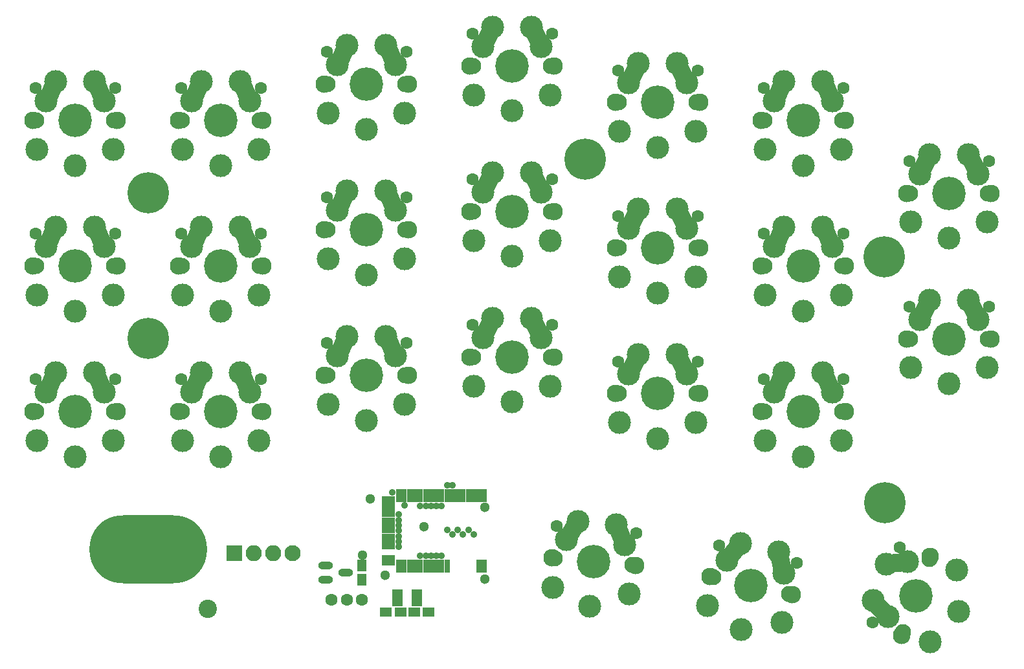
<source format=gbs>
G04 #@! TF.FileFunction,Soldermask,Bot*
%FSLAX46Y46*%
G04 Gerber Fmt 4.6, Leading zero omitted, Abs format (unit mm)*
G04 Created by KiCad (PCBNEW 4.0.7) date 06/20/18 00:03:06*
%MOMM*%
%LPD*%
G01*
G04 APERTURE LIST*
%ADD10C,0.100000*%
%ADD11R,1.150000X1.600000*%
%ADD12C,2.300000*%
%ADD13C,1.600000*%
%ADD14C,3.000000*%
%ADD15C,2.400000*%
%ADD16C,4.387800*%
%ADD17C,2.101800*%
%ADD18R,1.600000X1.150000*%
%ADD19R,1.400000X2.200000*%
%ADD20O,15.400000X8.900000*%
%ADD21C,2.400000*%
%ADD22C,2.100000*%
%ADD23O,2.100000X2.100000*%
%ADD24R,2.100000X2.100000*%
%ADD25C,5.400000*%
%ADD26O,1.950000X1.050000*%
%ADD27R,0.800000X1.800000*%
%ADD28R,1.800000X0.800000*%
%ADD29C,1.300000*%
%ADD30C,0.900000*%
G04 APERTURE END LIST*
D10*
D11*
X114744000Y-119954000D03*
X114744000Y-121854000D03*
D12*
X128866000Y-92710000D03*
X139866000Y-92710000D03*
D13*
X129146000Y-88510000D03*
X139586000Y-88510000D03*
D14*
X139366000Y-96510000D03*
X129366000Y-96510000D03*
X134366000Y-98610000D03*
D15*
X131629371Y-88001206D02*
X130752629Y-89798794D01*
D14*
X138176000Y-90170000D03*
X136906000Y-87630000D03*
X131826000Y-87630000D03*
D16*
X134366000Y-92710000D03*
D17*
X129286000Y-92710000D03*
X139446000Y-92710000D03*
D14*
X130556000Y-90170000D03*
D15*
X137102629Y-88001206D02*
X137979371Y-89798794D01*
D12*
X128866000Y-54610000D03*
X139866000Y-54610000D03*
D13*
X129146000Y-50410000D03*
X139586000Y-50410000D03*
D14*
X139366000Y-58410000D03*
X129366000Y-58410000D03*
X134366000Y-60510000D03*
D15*
X131629371Y-49901206D02*
X130752629Y-51698794D01*
D14*
X138176000Y-52070000D03*
X136906000Y-49530000D03*
X131826000Y-49530000D03*
D16*
X134366000Y-54610000D03*
D17*
X129286000Y-54610000D03*
X139446000Y-54610000D03*
D14*
X130556000Y-52070000D03*
D15*
X137102629Y-49901206D02*
X137979371Y-51698794D01*
D12*
X109816000Y-56997600D03*
X120816000Y-56997600D03*
D13*
X110096000Y-52797600D03*
X120536000Y-52797600D03*
D14*
X120316000Y-60797600D03*
X110316000Y-60797600D03*
X115316000Y-62897600D03*
D15*
X112579371Y-52288806D02*
X111702629Y-54086394D01*
D14*
X119126000Y-54457600D03*
X117856000Y-51917600D03*
X112776000Y-51917600D03*
D16*
X115316000Y-56997600D03*
D17*
X110236000Y-56997600D03*
X120396000Y-56997600D03*
D14*
X111506000Y-54457600D03*
D15*
X118052629Y-52288806D02*
X118929371Y-54086394D01*
D12*
X71716000Y-61747400D03*
X82716000Y-61747400D03*
D13*
X71996000Y-57547400D03*
X82436000Y-57547400D03*
D14*
X82216000Y-65547400D03*
X72216000Y-65547400D03*
X77216000Y-67647400D03*
D15*
X74479371Y-57038606D02*
X73602629Y-58836194D01*
D14*
X81026000Y-59207400D03*
X79756000Y-56667400D03*
X74676000Y-56667400D03*
D16*
X77216000Y-61747400D03*
D17*
X72136000Y-61747400D03*
X82296000Y-61747400D03*
D14*
X73406000Y-59207400D03*
D15*
X79952629Y-57038606D02*
X80829371Y-58836194D01*
D12*
X90766000Y-99847400D03*
X101766000Y-99847400D03*
D13*
X91046000Y-95647400D03*
X101486000Y-95647400D03*
D14*
X101266000Y-103647400D03*
X91266000Y-103647400D03*
X96266000Y-105747400D03*
D15*
X93529371Y-95138606D02*
X92652629Y-96936194D01*
D14*
X100076000Y-97307400D03*
X98806000Y-94767400D03*
X93726000Y-94767400D03*
D16*
X96266000Y-99847400D03*
D17*
X91186000Y-99847400D03*
X101346000Y-99847400D03*
D14*
X92456000Y-97307400D03*
D15*
X99002629Y-95138606D02*
X99879371Y-96936194D01*
D12*
X139554929Y-119002243D03*
X150513071Y-119960957D03*
D13*
X140199918Y-114842629D03*
X150600190Y-115752535D03*
D14*
X149683782Y-123702919D03*
X139721835Y-122831361D03*
X144519781Y-125359149D03*
D15*
X142718183Y-114552212D02*
X141688107Y-116266546D01*
D14*
X149050877Y-117283329D03*
X148007086Y-114642307D03*
X142946417Y-114199555D03*
D16*
X145034000Y-119481600D03*
D17*
X139973331Y-119038849D03*
X150094669Y-119924351D03*
D14*
X141459874Y-116619202D03*
D15*
X148170614Y-115029238D02*
X148887350Y-116896398D01*
D18*
X121541500Y-126047500D03*
X123441500Y-126047500D03*
X119758500Y-126047500D03*
X117858500Y-126047500D03*
D19*
X121900000Y-124206000D03*
X119400000Y-124206000D03*
D12*
X185316889Y-129120309D03*
X189079111Y-118783691D03*
D13*
X181465946Y-127420711D03*
X185036636Y-117610320D03*
D14*
X192478933Y-120553213D03*
X189058731Y-129950140D03*
X192742186Y-125969919D03*
D15*
X181837199Y-124913087D02*
X183226515Y-126351767D01*
D14*
X186114277Y-119503040D03*
X183293093Y-119827718D03*
X181555630Y-124601357D03*
D16*
X187198000Y-123952000D03*
D17*
X185460538Y-128725639D03*
X188935462Y-119178361D03*
D14*
X183508084Y-126663498D03*
D15*
X183709163Y-119769907D02*
X185698207Y-119560851D01*
D12*
X160238372Y-121440782D03*
X170977628Y-123821618D03*
D13*
X161420781Y-117400942D03*
X171613312Y-119660572D03*
D14*
X169667010Y-127423323D03*
X159904049Y-125258927D03*
X164331006Y-128391346D03*
D15*
X163955410Y-117441708D02*
X162710380Y-119006924D01*
D14*
X169877444Y-120976043D03*
X169187305Y-118221373D03*
X164227721Y-117121860D03*
D16*
X165608000Y-122631200D03*
D17*
X160648416Y-121531687D03*
X170567584Y-123730713D03*
D14*
X162438069Y-119326773D03*
D15*
X169298930Y-118626338D02*
X169765820Y-120571078D01*
D12*
X186016000Y-90322400D03*
X197016000Y-90322400D03*
D13*
X186296000Y-86122400D03*
X196736000Y-86122400D03*
D14*
X196516000Y-94122400D03*
X186516000Y-94122400D03*
X191516000Y-96222400D03*
D15*
X188779371Y-85613606D02*
X187902629Y-87411194D01*
D14*
X195326000Y-87782400D03*
X194056000Y-85242400D03*
X188976000Y-85242400D03*
D16*
X191516000Y-90322400D03*
D17*
X186436000Y-90322400D03*
X196596000Y-90322400D03*
D14*
X187706000Y-87782400D03*
D15*
X194252629Y-85613606D02*
X195129371Y-87411194D01*
D12*
X186016000Y-71272400D03*
X197016000Y-71272400D03*
D13*
X186296000Y-67072400D03*
X196736000Y-67072400D03*
D14*
X196516000Y-75072400D03*
X186516000Y-75072400D03*
X191516000Y-77172400D03*
D15*
X188779371Y-66563606D02*
X187902629Y-68361194D01*
D14*
X195326000Y-68732400D03*
X194056000Y-66192400D03*
X188976000Y-66192400D03*
D16*
X191516000Y-71272400D03*
D17*
X186436000Y-71272400D03*
X196596000Y-71272400D03*
D14*
X187706000Y-68732400D03*
D15*
X194252629Y-66563606D02*
X195129371Y-68361194D01*
D12*
X166966000Y-99847400D03*
X177966000Y-99847400D03*
D13*
X167246000Y-95647400D03*
X177686000Y-95647400D03*
D14*
X177466000Y-103647400D03*
X167466000Y-103647400D03*
X172466000Y-105747400D03*
D15*
X169729371Y-95138606D02*
X168852629Y-96936194D01*
D14*
X176276000Y-97307400D03*
X175006000Y-94767400D03*
X169926000Y-94767400D03*
D16*
X172466000Y-99847400D03*
D17*
X167386000Y-99847400D03*
X177546000Y-99847400D03*
D14*
X168656000Y-97307400D03*
D15*
X175202629Y-95138606D02*
X176079371Y-96936194D01*
D12*
X166966000Y-80797400D03*
X177966000Y-80797400D03*
D13*
X167246000Y-76597400D03*
X177686000Y-76597400D03*
D14*
X177466000Y-84597400D03*
X167466000Y-84597400D03*
X172466000Y-86697400D03*
D15*
X169729371Y-76088606D02*
X168852629Y-77886194D01*
D14*
X176276000Y-78257400D03*
X175006000Y-75717400D03*
X169926000Y-75717400D03*
D16*
X172466000Y-80797400D03*
D17*
X167386000Y-80797400D03*
X177546000Y-80797400D03*
D14*
X168656000Y-78257400D03*
D15*
X175202629Y-76088606D02*
X176079371Y-77886194D01*
D12*
X166966000Y-61747400D03*
X177966000Y-61747400D03*
D13*
X167246000Y-57547400D03*
X177686000Y-57547400D03*
D14*
X177466000Y-65547400D03*
X167466000Y-65547400D03*
X172466000Y-67647400D03*
D15*
X169729371Y-57038606D02*
X168852629Y-58836194D01*
D14*
X176276000Y-59207400D03*
X175006000Y-56667400D03*
X169926000Y-56667400D03*
D16*
X172466000Y-61747400D03*
D17*
X167386000Y-61747400D03*
X177546000Y-61747400D03*
D14*
X168656000Y-59207400D03*
D15*
X175202629Y-57038606D02*
X176079371Y-58836194D01*
D12*
X147916000Y-97485200D03*
X158916000Y-97485200D03*
D13*
X148196000Y-93285200D03*
X158636000Y-93285200D03*
D14*
X158416000Y-101285200D03*
X148416000Y-101285200D03*
X153416000Y-103385200D03*
D15*
X150679371Y-92776406D02*
X149802629Y-94573994D01*
D14*
X157226000Y-94945200D03*
X155956000Y-92405200D03*
X150876000Y-92405200D03*
D16*
X153416000Y-97485200D03*
D17*
X148336000Y-97485200D03*
X158496000Y-97485200D03*
D14*
X149606000Y-94945200D03*
D15*
X156152629Y-92776406D02*
X157029371Y-94573994D01*
D12*
X147916000Y-78435200D03*
X158916000Y-78435200D03*
D13*
X148196000Y-74235200D03*
X158636000Y-74235200D03*
D14*
X158416000Y-82235200D03*
X148416000Y-82235200D03*
X153416000Y-84335200D03*
D15*
X150679371Y-73726406D02*
X149802629Y-75523994D01*
D14*
X157226000Y-75895200D03*
X155956000Y-73355200D03*
X150876000Y-73355200D03*
D16*
X153416000Y-78435200D03*
D17*
X148336000Y-78435200D03*
X158496000Y-78435200D03*
D14*
X149606000Y-75895200D03*
D15*
X156152629Y-73726406D02*
X157029371Y-75523994D01*
D12*
X147916000Y-59385200D03*
X158916000Y-59385200D03*
D13*
X148196000Y-55185200D03*
X158636000Y-55185200D03*
D14*
X158416000Y-63185200D03*
X148416000Y-63185200D03*
X153416000Y-65285200D03*
D15*
X150679371Y-54676406D02*
X149802629Y-56473994D01*
D14*
X157226000Y-56845200D03*
X155956000Y-54305200D03*
X150876000Y-54305200D03*
D16*
X153416000Y-59385200D03*
D17*
X148336000Y-59385200D03*
X158496000Y-59385200D03*
D14*
X149606000Y-56845200D03*
D15*
X156152629Y-54676406D02*
X157029371Y-56473994D01*
D12*
X128866000Y-73660000D03*
X139866000Y-73660000D03*
D13*
X129146000Y-69460000D03*
X139586000Y-69460000D03*
D14*
X139366000Y-77460000D03*
X129366000Y-77460000D03*
X134366000Y-79560000D03*
D15*
X131629371Y-68951206D02*
X130752629Y-70748794D01*
D14*
X138176000Y-71120000D03*
X136906000Y-68580000D03*
X131826000Y-68580000D03*
D16*
X134366000Y-73660000D03*
D17*
X129286000Y-73660000D03*
X139446000Y-73660000D03*
D14*
X130556000Y-71120000D03*
D15*
X137102629Y-68951206D02*
X137979371Y-70748794D01*
D12*
X109816000Y-95097600D03*
X120816000Y-95097600D03*
D13*
X110096000Y-90897600D03*
X120536000Y-90897600D03*
D14*
X120316000Y-98897600D03*
X110316000Y-98897600D03*
X115316000Y-100997600D03*
D15*
X112579371Y-90388806D02*
X111702629Y-92186394D01*
D14*
X119126000Y-92557600D03*
X117856000Y-90017600D03*
X112776000Y-90017600D03*
D16*
X115316000Y-95097600D03*
D17*
X110236000Y-95097600D03*
X120396000Y-95097600D03*
D14*
X111506000Y-92557600D03*
D15*
X118052629Y-90388806D02*
X118929371Y-92186394D01*
D12*
X109816000Y-76047600D03*
X120816000Y-76047600D03*
D13*
X110096000Y-71847600D03*
X120536000Y-71847600D03*
D14*
X120316000Y-79847600D03*
X110316000Y-79847600D03*
X115316000Y-81947600D03*
D15*
X112579371Y-71338806D02*
X111702629Y-73136394D01*
D14*
X119126000Y-73507600D03*
X117856000Y-70967600D03*
X112776000Y-70967600D03*
D16*
X115316000Y-76047600D03*
D17*
X110236000Y-76047600D03*
X120396000Y-76047600D03*
D14*
X111506000Y-73507600D03*
D15*
X118052629Y-71338806D02*
X118929371Y-73136394D01*
D12*
X90766000Y-80797400D03*
X101766000Y-80797400D03*
D13*
X91046000Y-76597400D03*
X101486000Y-76597400D03*
D14*
X101266000Y-84597400D03*
X91266000Y-84597400D03*
X96266000Y-86697400D03*
D15*
X93529371Y-76088606D02*
X92652629Y-77886194D01*
D14*
X100076000Y-78257400D03*
X98806000Y-75717400D03*
X93726000Y-75717400D03*
D16*
X96266000Y-80797400D03*
D17*
X91186000Y-80797400D03*
X101346000Y-80797400D03*
D14*
X92456000Y-78257400D03*
D15*
X99002629Y-76088606D02*
X99879371Y-77886194D01*
D12*
X90766000Y-61747400D03*
X101766000Y-61747400D03*
D13*
X91046000Y-57547400D03*
X101486000Y-57547400D03*
D14*
X101266000Y-65547400D03*
X91266000Y-65547400D03*
X96266000Y-67647400D03*
D15*
X93529371Y-57038606D02*
X92652629Y-58836194D01*
D14*
X100076000Y-59207400D03*
X98806000Y-56667400D03*
X93726000Y-56667400D03*
D16*
X96266000Y-61747400D03*
D17*
X91186000Y-61747400D03*
X101346000Y-61747400D03*
D14*
X92456000Y-59207400D03*
D15*
X99002629Y-57038606D02*
X99879371Y-58836194D01*
D12*
X71716000Y-99847400D03*
X82716000Y-99847400D03*
D13*
X71996000Y-95647400D03*
X82436000Y-95647400D03*
D14*
X82216000Y-103647400D03*
X72216000Y-103647400D03*
X77216000Y-105747400D03*
D15*
X74479371Y-95138606D02*
X73602629Y-96936194D01*
D14*
X81026000Y-97307400D03*
X79756000Y-94767400D03*
X74676000Y-94767400D03*
D16*
X77216000Y-99847400D03*
D17*
X72136000Y-99847400D03*
X82296000Y-99847400D03*
D14*
X73406000Y-97307400D03*
D15*
X79952629Y-95138606D02*
X80829371Y-96936194D01*
D12*
X71716000Y-80797400D03*
X82716000Y-80797400D03*
D13*
X71996000Y-76597400D03*
X82436000Y-76597400D03*
D14*
X82216000Y-84597400D03*
X72216000Y-84597400D03*
X77216000Y-86697400D03*
D15*
X74479371Y-76088606D02*
X73602629Y-77886194D01*
D14*
X81026000Y-78257400D03*
X79756000Y-75717400D03*
X74676000Y-75717400D03*
D16*
X77216000Y-80797400D03*
D17*
X72136000Y-80797400D03*
X82296000Y-80797400D03*
D14*
X73406000Y-78257400D03*
D15*
X79952629Y-76088606D02*
X80829371Y-77886194D01*
D20*
X86741000Y-117856000D03*
D21*
X94519000Y-125634000D03*
D22*
X105664000Y-118389400D03*
D23*
X103124000Y-118389400D03*
X100584000Y-118389400D03*
D24*
X98044000Y-118389400D03*
D25*
X86741000Y-71247000D03*
X86741000Y-90297000D03*
X143891000Y-66802000D03*
X183007000Y-79629000D03*
X183134000Y-111760000D03*
D26*
X112577000Y-120904000D03*
X109927000Y-119954000D03*
X109927000Y-121854000D03*
D13*
X110744000Y-124500000D03*
X114744000Y-124500000D03*
X112744000Y-124500000D03*
D27*
X130746000Y-120043000D03*
X130046000Y-120043000D03*
X125846000Y-120043000D03*
X125146000Y-120043000D03*
X124446000Y-120043000D03*
X123746000Y-120043000D03*
X123046000Y-120043000D03*
X122346000Y-120043000D03*
X121646000Y-120043000D03*
X120946000Y-120043000D03*
X120246000Y-120043000D03*
X119546000Y-120043000D03*
D28*
X118146000Y-119643000D03*
X118146000Y-118943000D03*
X118146000Y-117543000D03*
X118146000Y-116843000D03*
X118146000Y-116143000D03*
X118146000Y-115443000D03*
X118146000Y-114743000D03*
X118146000Y-114043000D03*
X118146000Y-113343000D03*
X118146000Y-112643000D03*
X118146000Y-111943000D03*
X118146000Y-111243000D03*
D27*
X119546000Y-110843000D03*
X120246000Y-110843000D03*
X120946000Y-110843000D03*
X121646000Y-110843000D03*
X122346000Y-110843000D03*
X123046000Y-110843000D03*
X123746000Y-110843000D03*
X124446000Y-110843000D03*
X125146000Y-110843000D03*
X125846000Y-110843000D03*
X126546000Y-110843000D03*
X127246000Y-110843000D03*
X127946000Y-110843000D03*
X128646000Y-110843000D03*
X129346000Y-110843000D03*
X130046000Y-110843000D03*
X130746000Y-110843000D03*
D29*
X130750000Y-112390000D03*
X122834400Y-114909600D03*
X130750000Y-121760000D03*
X117740000Y-121290000D03*
X114750000Y-118650000D03*
X115824000Y-111252000D03*
D30*
X125850000Y-115340000D03*
X125840000Y-109490000D03*
X126560000Y-115900000D03*
X126550000Y-109490000D03*
X119496000Y-116148000D03*
X119496000Y-113338000D03*
X125150000Y-112200000D03*
X119496000Y-116848000D03*
X118710000Y-110440000D03*
X127250000Y-115350000D03*
X119496000Y-117548000D03*
X120250000Y-112100000D03*
X122346000Y-118698000D03*
X119496000Y-115448000D03*
X122346000Y-112198000D03*
X127950000Y-115900000D03*
X119496000Y-114038000D03*
X123050000Y-112200000D03*
X128650000Y-115350000D03*
X125146000Y-118698000D03*
X119496000Y-114748000D03*
X123750000Y-112200000D03*
X129350000Y-115900000D03*
X124446000Y-118698000D03*
X124450000Y-112200000D03*
X123046000Y-118698000D03*
X123746000Y-118698000D03*
M02*

</source>
